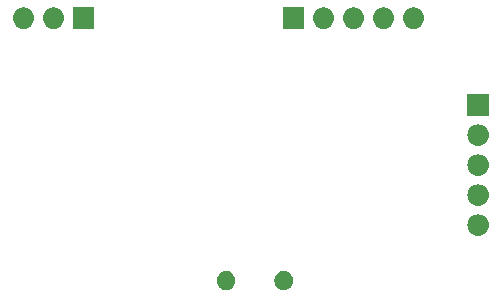
<source format=gbr>
%TF.GenerationSoftware,KiCad,Pcbnew,5.1.4-3.fc30*%
%TF.CreationDate,2019-10-19T14:32:08+02:00*%
%TF.ProjectId,ft232rl_converter_v1,66743233-3272-46c5-9f63-6f6e76657274,1.0*%
%TF.SameCoordinates,PX4fefde0PY4d83c00*%
%TF.FileFunction,Soldermask,Bot*%
%TF.FilePolarity,Negative*%
%FSLAX46Y46*%
G04 Gerber Fmt 4.6, Leading zero omitted, Abs format (unit mm)*
G04 Created by KiCad (PCBNEW 5.1.4-3.fc30) date 2019-10-19 14:32:08*
%MOMM*%
%LPD*%
G04 APERTURE LIST*
%ADD10C,0.150000*%
G04 APERTURE END LIST*
D10*
G36*
X35793642Y5850219D02*
G01*
X35939414Y5789838D01*
X35939416Y5789837D01*
X36070608Y5702178D01*
X36182178Y5590608D01*
X36269837Y5459416D01*
X36269838Y5459414D01*
X36330219Y5313642D01*
X36361000Y5158893D01*
X36361000Y5001107D01*
X36330219Y4846358D01*
X36269838Y4700586D01*
X36269837Y4700584D01*
X36182178Y4569392D01*
X36070608Y4457822D01*
X35939416Y4370163D01*
X35939415Y4370162D01*
X35939414Y4370162D01*
X35793642Y4309781D01*
X35638893Y4279000D01*
X35481107Y4279000D01*
X35326358Y4309781D01*
X35180586Y4370162D01*
X35180585Y4370162D01*
X35180584Y4370163D01*
X35049392Y4457822D01*
X34937822Y4569392D01*
X34850163Y4700584D01*
X34850162Y4700586D01*
X34789781Y4846358D01*
X34759000Y5001107D01*
X34759000Y5158893D01*
X34789781Y5313642D01*
X34850162Y5459414D01*
X34850163Y5459416D01*
X34937822Y5590608D01*
X35049392Y5702178D01*
X35180584Y5789837D01*
X35180586Y5789838D01*
X35326358Y5850219D01*
X35481107Y5881000D01*
X35638893Y5881000D01*
X35793642Y5850219D01*
X35793642Y5850219D01*
G37*
G36*
X40673642Y5850219D02*
G01*
X40819414Y5789838D01*
X40819416Y5789837D01*
X40950608Y5702178D01*
X41062178Y5590608D01*
X41149837Y5459416D01*
X41149838Y5459414D01*
X41210219Y5313642D01*
X41241000Y5158893D01*
X41241000Y5001107D01*
X41210219Y4846358D01*
X41149838Y4700586D01*
X41149837Y4700584D01*
X41062178Y4569392D01*
X40950608Y4457822D01*
X40819416Y4370163D01*
X40819415Y4370162D01*
X40819414Y4370162D01*
X40673642Y4309781D01*
X40518893Y4279000D01*
X40361107Y4279000D01*
X40206358Y4309781D01*
X40060586Y4370162D01*
X40060585Y4370162D01*
X40060584Y4370163D01*
X39929392Y4457822D01*
X39817822Y4569392D01*
X39730163Y4700584D01*
X39730162Y4700586D01*
X39669781Y4846358D01*
X39639000Y5001107D01*
X39639000Y5158893D01*
X39669781Y5313642D01*
X39730162Y5459414D01*
X39730163Y5459416D01*
X39817822Y5590608D01*
X39929392Y5702178D01*
X40060584Y5789837D01*
X40060586Y5789838D01*
X40206358Y5850219D01*
X40361107Y5881000D01*
X40518893Y5881000D01*
X40673642Y5850219D01*
X40673642Y5850219D01*
G37*
G36*
X57006442Y10673482D02*
G01*
X57072627Y10666963D01*
X57242466Y10615443D01*
X57398991Y10531778D01*
X57434729Y10502448D01*
X57536186Y10419186D01*
X57619448Y10317729D01*
X57648778Y10281991D01*
X57732443Y10125466D01*
X57783963Y9955627D01*
X57801359Y9779000D01*
X57783963Y9602373D01*
X57732443Y9432534D01*
X57648778Y9276009D01*
X57619448Y9240271D01*
X57536186Y9138814D01*
X57434729Y9055552D01*
X57398991Y9026222D01*
X57242466Y8942557D01*
X57072627Y8891037D01*
X57006442Y8884518D01*
X56940260Y8878000D01*
X56851740Y8878000D01*
X56785558Y8884518D01*
X56719373Y8891037D01*
X56549534Y8942557D01*
X56393009Y9026222D01*
X56357271Y9055552D01*
X56255814Y9138814D01*
X56172552Y9240271D01*
X56143222Y9276009D01*
X56059557Y9432534D01*
X56008037Y9602373D01*
X55990641Y9779000D01*
X56008037Y9955627D01*
X56059557Y10125466D01*
X56143222Y10281991D01*
X56172552Y10317729D01*
X56255814Y10419186D01*
X56357271Y10502448D01*
X56393009Y10531778D01*
X56549534Y10615443D01*
X56719373Y10666963D01*
X56785558Y10673482D01*
X56851740Y10680000D01*
X56940260Y10680000D01*
X57006442Y10673482D01*
X57006442Y10673482D01*
G37*
G36*
X57006443Y13213481D02*
G01*
X57072627Y13206963D01*
X57242466Y13155443D01*
X57398991Y13071778D01*
X57434729Y13042448D01*
X57536186Y12959186D01*
X57619448Y12857729D01*
X57648778Y12821991D01*
X57732443Y12665466D01*
X57783963Y12495627D01*
X57801359Y12319000D01*
X57783963Y12142373D01*
X57732443Y11972534D01*
X57648778Y11816009D01*
X57619448Y11780271D01*
X57536186Y11678814D01*
X57434729Y11595552D01*
X57398991Y11566222D01*
X57242466Y11482557D01*
X57072627Y11431037D01*
X57006443Y11424519D01*
X56940260Y11418000D01*
X56851740Y11418000D01*
X56785557Y11424519D01*
X56719373Y11431037D01*
X56549534Y11482557D01*
X56393009Y11566222D01*
X56357271Y11595552D01*
X56255814Y11678814D01*
X56172552Y11780271D01*
X56143222Y11816009D01*
X56059557Y11972534D01*
X56008037Y12142373D01*
X55990641Y12319000D01*
X56008037Y12495627D01*
X56059557Y12665466D01*
X56143222Y12821991D01*
X56172552Y12857729D01*
X56255814Y12959186D01*
X56357271Y13042448D01*
X56393009Y13071778D01*
X56549534Y13155443D01*
X56719373Y13206963D01*
X56785557Y13213481D01*
X56851740Y13220000D01*
X56940260Y13220000D01*
X57006443Y13213481D01*
X57006443Y13213481D01*
G37*
G36*
X57006443Y15753481D02*
G01*
X57072627Y15746963D01*
X57242466Y15695443D01*
X57398991Y15611778D01*
X57434729Y15582448D01*
X57536186Y15499186D01*
X57619448Y15397729D01*
X57648778Y15361991D01*
X57732443Y15205466D01*
X57783963Y15035627D01*
X57801359Y14859000D01*
X57783963Y14682373D01*
X57732443Y14512534D01*
X57648778Y14356009D01*
X57619448Y14320271D01*
X57536186Y14218814D01*
X57434729Y14135552D01*
X57398991Y14106222D01*
X57242466Y14022557D01*
X57072627Y13971037D01*
X57006442Y13964518D01*
X56940260Y13958000D01*
X56851740Y13958000D01*
X56785558Y13964518D01*
X56719373Y13971037D01*
X56549534Y14022557D01*
X56393009Y14106222D01*
X56357271Y14135552D01*
X56255814Y14218814D01*
X56172552Y14320271D01*
X56143222Y14356009D01*
X56059557Y14512534D01*
X56008037Y14682373D01*
X55990641Y14859000D01*
X56008037Y15035627D01*
X56059557Y15205466D01*
X56143222Y15361991D01*
X56172552Y15397729D01*
X56255814Y15499186D01*
X56357271Y15582448D01*
X56393009Y15611778D01*
X56549534Y15695443D01*
X56719373Y15746963D01*
X56785557Y15753481D01*
X56851740Y15760000D01*
X56940260Y15760000D01*
X57006443Y15753481D01*
X57006443Y15753481D01*
G37*
G36*
X57006443Y18293481D02*
G01*
X57072627Y18286963D01*
X57242466Y18235443D01*
X57398991Y18151778D01*
X57434729Y18122448D01*
X57536186Y18039186D01*
X57619448Y17937729D01*
X57648778Y17901991D01*
X57732443Y17745466D01*
X57783963Y17575627D01*
X57801359Y17399000D01*
X57783963Y17222373D01*
X57732443Y17052534D01*
X57648778Y16896009D01*
X57619448Y16860271D01*
X57536186Y16758814D01*
X57434729Y16675552D01*
X57398991Y16646222D01*
X57242466Y16562557D01*
X57072627Y16511037D01*
X57006443Y16504519D01*
X56940260Y16498000D01*
X56851740Y16498000D01*
X56785557Y16504519D01*
X56719373Y16511037D01*
X56549534Y16562557D01*
X56393009Y16646222D01*
X56357271Y16675552D01*
X56255814Y16758814D01*
X56172552Y16860271D01*
X56143222Y16896009D01*
X56059557Y17052534D01*
X56008037Y17222373D01*
X55990641Y17399000D01*
X56008037Y17575627D01*
X56059557Y17745466D01*
X56143222Y17901991D01*
X56172552Y17937729D01*
X56255814Y18039186D01*
X56357271Y18122448D01*
X56393009Y18151778D01*
X56549534Y18235443D01*
X56719373Y18286963D01*
X56785557Y18293481D01*
X56851740Y18300000D01*
X56940260Y18300000D01*
X57006443Y18293481D01*
X57006443Y18293481D01*
G37*
G36*
X57797000Y19038000D02*
G01*
X55995000Y19038000D01*
X55995000Y20840000D01*
X57797000Y20840000D01*
X57797000Y19038000D01*
X57797000Y19038000D01*
G37*
G36*
X42176000Y26404000D02*
G01*
X40374000Y26404000D01*
X40374000Y28206000D01*
X42176000Y28206000D01*
X42176000Y26404000D01*
X42176000Y26404000D01*
G37*
G36*
X24396000Y26404000D02*
G01*
X22594000Y26404000D01*
X22594000Y28206000D01*
X24396000Y28206000D01*
X24396000Y26404000D01*
X24396000Y26404000D01*
G37*
G36*
X18525442Y28199482D02*
G01*
X18591627Y28192963D01*
X18761466Y28141443D01*
X18917991Y28057778D01*
X18953729Y28028448D01*
X19055186Y27945186D01*
X19138448Y27843729D01*
X19167778Y27807991D01*
X19251443Y27651466D01*
X19302963Y27481627D01*
X19320359Y27305000D01*
X19302963Y27128373D01*
X19251443Y26958534D01*
X19167778Y26802009D01*
X19138448Y26766271D01*
X19055186Y26664814D01*
X18953729Y26581552D01*
X18917991Y26552222D01*
X18761466Y26468557D01*
X18591627Y26417037D01*
X18525443Y26410519D01*
X18459260Y26404000D01*
X18370740Y26404000D01*
X18304557Y26410519D01*
X18238373Y26417037D01*
X18068534Y26468557D01*
X17912009Y26552222D01*
X17876271Y26581552D01*
X17774814Y26664814D01*
X17691552Y26766271D01*
X17662222Y26802009D01*
X17578557Y26958534D01*
X17527037Y27128373D01*
X17509641Y27305000D01*
X17527037Y27481627D01*
X17578557Y27651466D01*
X17662222Y27807991D01*
X17691552Y27843729D01*
X17774814Y27945186D01*
X17876271Y28028448D01*
X17912009Y28057778D01*
X18068534Y28141443D01*
X18238373Y28192963D01*
X18304558Y28199482D01*
X18370740Y28206000D01*
X18459260Y28206000D01*
X18525442Y28199482D01*
X18525442Y28199482D01*
G37*
G36*
X21065442Y28199482D02*
G01*
X21131627Y28192963D01*
X21301466Y28141443D01*
X21457991Y28057778D01*
X21493729Y28028448D01*
X21595186Y27945186D01*
X21678448Y27843729D01*
X21707778Y27807991D01*
X21791443Y27651466D01*
X21842963Y27481627D01*
X21860359Y27305000D01*
X21842963Y27128373D01*
X21791443Y26958534D01*
X21707778Y26802009D01*
X21678448Y26766271D01*
X21595186Y26664814D01*
X21493729Y26581552D01*
X21457991Y26552222D01*
X21301466Y26468557D01*
X21131627Y26417037D01*
X21065443Y26410519D01*
X20999260Y26404000D01*
X20910740Y26404000D01*
X20844557Y26410519D01*
X20778373Y26417037D01*
X20608534Y26468557D01*
X20452009Y26552222D01*
X20416271Y26581552D01*
X20314814Y26664814D01*
X20231552Y26766271D01*
X20202222Y26802009D01*
X20118557Y26958534D01*
X20067037Y27128373D01*
X20049641Y27305000D01*
X20067037Y27481627D01*
X20118557Y27651466D01*
X20202222Y27807991D01*
X20231552Y27843729D01*
X20314814Y27945186D01*
X20416271Y28028448D01*
X20452009Y28057778D01*
X20608534Y28141443D01*
X20778373Y28192963D01*
X20844558Y28199482D01*
X20910740Y28206000D01*
X20999260Y28206000D01*
X21065442Y28199482D01*
X21065442Y28199482D01*
G37*
G36*
X43925442Y28199482D02*
G01*
X43991627Y28192963D01*
X44161466Y28141443D01*
X44317991Y28057778D01*
X44353729Y28028448D01*
X44455186Y27945186D01*
X44538448Y27843729D01*
X44567778Y27807991D01*
X44651443Y27651466D01*
X44702963Y27481627D01*
X44720359Y27305000D01*
X44702963Y27128373D01*
X44651443Y26958534D01*
X44567778Y26802009D01*
X44538448Y26766271D01*
X44455186Y26664814D01*
X44353729Y26581552D01*
X44317991Y26552222D01*
X44161466Y26468557D01*
X43991627Y26417037D01*
X43925443Y26410519D01*
X43859260Y26404000D01*
X43770740Y26404000D01*
X43704557Y26410519D01*
X43638373Y26417037D01*
X43468534Y26468557D01*
X43312009Y26552222D01*
X43276271Y26581552D01*
X43174814Y26664814D01*
X43091552Y26766271D01*
X43062222Y26802009D01*
X42978557Y26958534D01*
X42927037Y27128373D01*
X42909641Y27305000D01*
X42927037Y27481627D01*
X42978557Y27651466D01*
X43062222Y27807991D01*
X43091552Y27843729D01*
X43174814Y27945186D01*
X43276271Y28028448D01*
X43312009Y28057778D01*
X43468534Y28141443D01*
X43638373Y28192963D01*
X43704558Y28199482D01*
X43770740Y28206000D01*
X43859260Y28206000D01*
X43925442Y28199482D01*
X43925442Y28199482D01*
G37*
G36*
X46465442Y28199482D02*
G01*
X46531627Y28192963D01*
X46701466Y28141443D01*
X46857991Y28057778D01*
X46893729Y28028448D01*
X46995186Y27945186D01*
X47078448Y27843729D01*
X47107778Y27807991D01*
X47191443Y27651466D01*
X47242963Y27481627D01*
X47260359Y27305000D01*
X47242963Y27128373D01*
X47191443Y26958534D01*
X47107778Y26802009D01*
X47078448Y26766271D01*
X46995186Y26664814D01*
X46893729Y26581552D01*
X46857991Y26552222D01*
X46701466Y26468557D01*
X46531627Y26417037D01*
X46465443Y26410519D01*
X46399260Y26404000D01*
X46310740Y26404000D01*
X46244557Y26410519D01*
X46178373Y26417037D01*
X46008534Y26468557D01*
X45852009Y26552222D01*
X45816271Y26581552D01*
X45714814Y26664814D01*
X45631552Y26766271D01*
X45602222Y26802009D01*
X45518557Y26958534D01*
X45467037Y27128373D01*
X45449641Y27305000D01*
X45467037Y27481627D01*
X45518557Y27651466D01*
X45602222Y27807991D01*
X45631552Y27843729D01*
X45714814Y27945186D01*
X45816271Y28028448D01*
X45852009Y28057778D01*
X46008534Y28141443D01*
X46178373Y28192963D01*
X46244558Y28199482D01*
X46310740Y28206000D01*
X46399260Y28206000D01*
X46465442Y28199482D01*
X46465442Y28199482D01*
G37*
G36*
X49005442Y28199482D02*
G01*
X49071627Y28192963D01*
X49241466Y28141443D01*
X49397991Y28057778D01*
X49433729Y28028448D01*
X49535186Y27945186D01*
X49618448Y27843729D01*
X49647778Y27807991D01*
X49731443Y27651466D01*
X49782963Y27481627D01*
X49800359Y27305000D01*
X49782963Y27128373D01*
X49731443Y26958534D01*
X49647778Y26802009D01*
X49618448Y26766271D01*
X49535186Y26664814D01*
X49433729Y26581552D01*
X49397991Y26552222D01*
X49241466Y26468557D01*
X49071627Y26417037D01*
X49005443Y26410519D01*
X48939260Y26404000D01*
X48850740Y26404000D01*
X48784557Y26410519D01*
X48718373Y26417037D01*
X48548534Y26468557D01*
X48392009Y26552222D01*
X48356271Y26581552D01*
X48254814Y26664814D01*
X48171552Y26766271D01*
X48142222Y26802009D01*
X48058557Y26958534D01*
X48007037Y27128373D01*
X47989641Y27305000D01*
X48007037Y27481627D01*
X48058557Y27651466D01*
X48142222Y27807991D01*
X48171552Y27843729D01*
X48254814Y27945186D01*
X48356271Y28028448D01*
X48392009Y28057778D01*
X48548534Y28141443D01*
X48718373Y28192963D01*
X48784558Y28199482D01*
X48850740Y28206000D01*
X48939260Y28206000D01*
X49005442Y28199482D01*
X49005442Y28199482D01*
G37*
G36*
X51545442Y28199482D02*
G01*
X51611627Y28192963D01*
X51781466Y28141443D01*
X51937991Y28057778D01*
X51973729Y28028448D01*
X52075186Y27945186D01*
X52158448Y27843729D01*
X52187778Y27807991D01*
X52271443Y27651466D01*
X52322963Y27481627D01*
X52340359Y27305000D01*
X52322963Y27128373D01*
X52271443Y26958534D01*
X52187778Y26802009D01*
X52158448Y26766271D01*
X52075186Y26664814D01*
X51973729Y26581552D01*
X51937991Y26552222D01*
X51781466Y26468557D01*
X51611627Y26417037D01*
X51545443Y26410519D01*
X51479260Y26404000D01*
X51390740Y26404000D01*
X51324557Y26410519D01*
X51258373Y26417037D01*
X51088534Y26468557D01*
X50932009Y26552222D01*
X50896271Y26581552D01*
X50794814Y26664814D01*
X50711552Y26766271D01*
X50682222Y26802009D01*
X50598557Y26958534D01*
X50547037Y27128373D01*
X50529641Y27305000D01*
X50547037Y27481627D01*
X50598557Y27651466D01*
X50682222Y27807991D01*
X50711552Y27843729D01*
X50794814Y27945186D01*
X50896271Y28028448D01*
X50932009Y28057778D01*
X51088534Y28141443D01*
X51258373Y28192963D01*
X51324558Y28199482D01*
X51390740Y28206000D01*
X51479260Y28206000D01*
X51545442Y28199482D01*
X51545442Y28199482D01*
G37*
M02*

</source>
